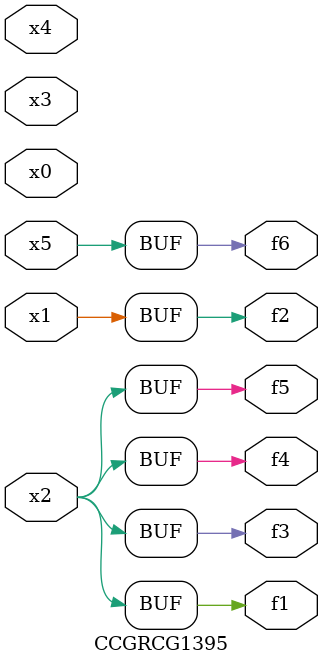
<source format=v>
module CCGRCG1395(
	input x0, x1, x2, x3, x4, x5,
	output f1, f2, f3, f4, f5, f6
);
	assign f1 = x2;
	assign f2 = x1;
	assign f3 = x2;
	assign f4 = x2;
	assign f5 = x2;
	assign f6 = x5;
endmodule

</source>
